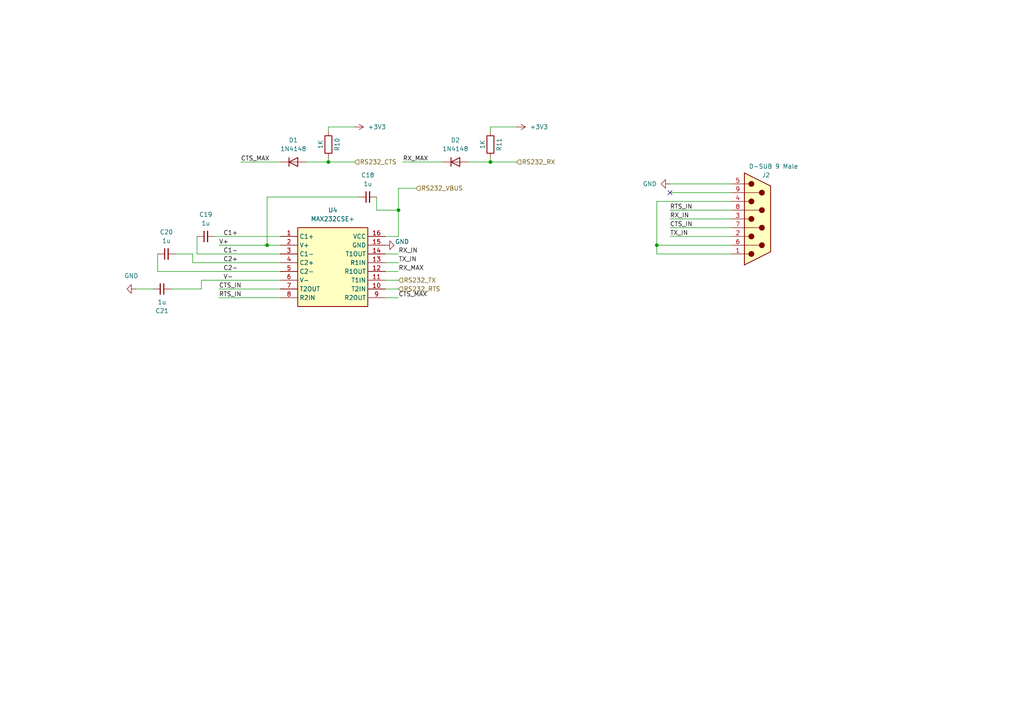
<source format=kicad_sch>
(kicad_sch (version 20250114) (generator "eeschema") (generator_version "9.0")
  (paper "A4")
  (title_block (title "Protea") (date "2025-04-03") (rev "2.04") (company "Mikhail Matveev") (comment 1 "https://github.com/xtremespb/frank"))
  (lib_symbols
    (symbol "Device:C_Small" (pin_numbers (hide yes)) (pin_names (offset 0.254) (hide yes))
      (property "Reference" "C" (at 0.254 1.778 0))
      (property "Value" "C_Small" (at 0.254 -2.032 0))
      (symbol "C_Small_0_1"
        (polyline (pts (xy -1.524 0.508) (xy 1.524 0.508)) (stroke (width 0.3048)))
        (polyline (pts (xy -1.524 -0.508) (xy 1.524 -0.508)) (stroke (width 0.3302)))
      )
      (symbol "C_Small_1_1"
        (pin passive line (at 0 2.54 270) (length 2.032) (name "~") (number "1"))
        (pin passive line (at 0 -2.54 90) (length 2.032) (name "~") (number "2"))
      )
    )
    (symbol "Device:R" (pin_numbers (hide yes)) (pin_names (offset 0))
      (property "Reference" "R" (at 2.032 0 90))
      (property "Value" "R" (at 0 0 90))
      (symbol "R_0_1"
        (rectangle (start -1.016 -2.54) (end 1.016 2.54) (stroke (width 0.254)))
      )
      (symbol "R_1_1"
        (pin passive line (at 0 3.81 270) (length 1.27) (name "~") (number "1"))
        (pin passive line (at 0 -3.81 90) (length 1.27) (name "~") (number "2"))
      )
    )
    (symbol "Diode:1N4148" (pin_numbers (hide yes)) (pin_names (hide yes))
      (property "Reference" "D" (at 0 2.54 0))
      (property "Value" "1N4148" (at 0 -2.54 0))
      (symbol "1N4148_0_1"
        (polyline (pts (xy -1.27 1.27) (xy -1.27 -1.27)) (stroke (width 0.254)))
        (polyline (pts (xy 1.27 1.27) (xy 1.27 -1.27) (xy -1.27 0) (xy 1.27 1.27)) (stroke (width 0.254)))
        (polyline (pts (xy 1.27 0) (xy -1.27 0)))
      )
      (symbol "1N4148_1_1"
        (pin passive line (at -3.81 0 0) (length 2.54) (name "K") (number "1"))
        (pin passive line (at 3.81 0 180) (length 2.54) (name "A") (number "2"))
      )
    )
    (symbol "FRANK:DB9_Male_Small" (pin_names (offset 1.016) (hide yes))
      (property "Reference" "JOY1" (at 1.27 12.7 0))
      (symbol "DB9_Male_Small_0_1"
        (polyline (pts (xy -3.81 10.16) (xy -2.54 10.16)))
        (polyline (pts (xy -3.81 7.62) (xy 0.508 7.62)))
        (polyline (pts (xy -3.81 5.08) (xy -2.54 5.08)))
        (polyline (pts (xy -3.81 2.54) (xy 0.508 2.54)))
        (polyline (pts (xy -3.81 0) (xy -2.54 0)))
        (polyline (pts (xy -3.81 -2.54) (xy 0.508 -2.54)))
        (polyline (pts (xy -3.81 -5.08) (xy -2.54 -5.08)))
        (polyline (pts (xy -3.81 -7.62) (xy 0.508 -7.62)))
        (polyline (pts (xy -3.81 -10.16) (xy -2.54 -10.16)))
        (polyline (pts (xy -3.81 -13.335) (xy -3.81 13.335) (xy 3.81 9.525) (xy 3.81 -9.525) (xy -3.81 -13.335)) (stroke (width 0.254)) (fill (type background)))
        (circle (center -1.778 10.16) (radius 0.762) (fill (type outline)))
        (circle (center -1.778 5.08) (radius 0.762) (fill (type outline)))
        (circle (center -1.778 0) (radius 0.762) (fill (type outline)))
        (circle (center -1.778 -5.08) (radius 0.762) (fill (type outline)))
        (circle (center -1.778 -10.16) (radius 0.762) (fill (type outline)))
        (circle (center 1.27 7.62) (radius 0.762) (fill (type outline)))
        (circle (center 1.27 2.54) (radius 0.762) (fill (type outline)))
        (circle (center 1.27 -2.54) (radius 0.762) (fill (type outline)))
        (circle (center 1.27 -7.62) (radius 0.762) (fill (type outline)))
      )
      (symbol "DB9_Male_Small_1_1"
        (pin passive line (at -7.62 10.16 0) (length 3.81) (name "5") (number "5"))
        (pin passive line (at -7.62 7.62 0) (length 3.81) (name "9") (number "9"))
        (pin passive line (at -7.62 5.08 0) (length 3.81) (name "4") (number "4"))
        (pin passive line (at -7.62 2.54 0) (length 3.81) (name "8") (number "8"))
        (pin passive line (at -7.62 0 0) (length 3.81) (name "3") (number "3"))
        (pin passive line (at -7.62 -2.54 0) (length 3.81) (name "7") (number "7"))
        (pin passive line (at -7.62 -5.08 0) (length 3.81) (name "2") (number "2"))
        (pin passive line (at -7.62 -7.62 0) (length 3.81) (name "6") (number "6"))
        (pin passive line (at -7.62 -10.16 0) (length 3.81) (name "1") (number "1"))
      )
    )
    (symbol "FRANK:MAX232CSE+"
      (property "Reference" "U4" (at 15.24 7.62 0))
      (property "Value" "MAX232CSE+" (at 15.24 5.08 0))
      (symbol "MAX232CSE+_1_1"
        (rectangle (start 5.08 2.54) (end 25.4 -20.32) (stroke (width 0.254)) (fill (type background)))
        (pin passive line (at 0 0 0) (length 5.08) (name "C1+") (number "1"))
        (pin passive line (at 0 -2.54 0) (length 5.08) (name "V+") (number "2"))
        (pin passive line (at 0 -5.08 0) (length 5.08) (name "C1-") (number "3"))
        (pin passive line (at 0 -7.62 0) (length 5.08) (name "C2+") (number "4"))
        (pin passive line (at 0 -10.16 0) (length 5.08) (name "C2-") (number "5"))
        (pin passive line (at 0 -12.7 0) (length 5.08) (name "V-") (number "6"))
        (pin passive line (at 0 -15.24 0) (length 5.08) (name "T2OUT") (number "7"))
        (pin passive line (at 0 -17.78 0) (length 5.08) (name "R2IN") (number "8"))
        (pin passive line (at 30.48 0 180) (length 5.08) (name "VCC") (number "16"))
        (pin passive line (at 30.48 -2.54 180) (length 5.08) (name "GND") (number "15"))
        (pin passive line (at 30.48 -5.08 180) (length 5.08) (name "T1OUT") (number "14"))
        (pin passive line (at 30.48 -7.62 180) (length 5.08) (name "R1IN") (number "13"))
        (pin passive line (at 30.48 -10.16 180) (length 5.08) (name "R1OUT") (number "12"))
        (pin passive line (at 30.48 -12.7 180) (length 5.08) (name "T1IN") (number "11"))
        (pin passive line (at 30.48 -15.24 180) (length 5.08) (name "T2IN") (number "10"))
        (pin passive line (at 30.48 -17.78 180) (length 5.08) (name "R2OUT") (number "9"))
      )
    )
    (symbol "GND_2" (power) (pin_numbers (hide yes)) (pin_names (offset 0) (hide yes))
      (property "Value" "GND" (at 0 -3.81 0))
      (symbol "GND_2_0_1"
        (polyline (pts (xy 0 0) (xy 0 -1.27) (xy 1.27 -1.27) (xy 0 -2.54) (xy -1.27 -1.27) (xy 0 -1.27)))
      )
      (symbol "GND_2_1_1"
        (pin power_in line (at 0 0 270) (length 0) (name "~") (number "1"))
      )
    )
    (symbol "GND_3" (power) (pin_numbers (hide yes)) (pin_names (offset 0) (hide yes))
      (property "Value" "GND" (at 0 -3.81 0))
      (symbol "GND_3_0_1"
        (polyline (pts (xy 0 0) (xy 0 -1.27) (xy 1.27 -1.27) (xy 0 -2.54) (xy -1.27 -1.27) (xy 0 -1.27)))
      )
      (symbol "GND_3_1_1"
        (pin power_in line (at 0 0 270) (length 0) (name "~") (number "1"))
      )
    )
    (symbol "GND_7" (power) (pin_numbers (hide yes)) (pin_names (offset 0) (hide yes))
      (property "Value" "GND" (at 0 -3.81 0))
      (symbol "GND_7_0_1"
        (polyline (pts (xy 0 0) (xy 0 -1.27) (xy 1.27 -1.27) (xy 0 -2.54) (xy -1.27 -1.27) (xy 0 -1.27)))
      )
      (symbol "GND_7_1_1"
        (pin power_in line (at 0 0 270) (length 0) (name "~") (number "1"))
      )
    )
    (symbol "power:+3V3" (power) (pin_numbers (hide yes)) (pin_names (offset 0) (hide yes))
      (property "Value" "+3V3" (at 0 3.556 0))
      (symbol "+3V3_0_1"
        (polyline (pts (xy -0.762 1.27) (xy 0 2.54)))
        (polyline (pts (xy 0 2.54) (xy 0.762 1.27)))
        (polyline (pts (xy 0 0) (xy 0 2.54)))
      )
      (symbol "+3V3_1_1"
        (pin power_in line (at 0 0 90) (length 0) (name "~") (number "1"))
      )
    )
  )
  (junction (at 95.25 46.99))
  (junction (at 142.24 46.99))
  (junction (at 190.5 71.12))
  (junction (at 115.57 60.96))
  (junction (at 77.47 71.12))
  (no_connect (at 194.31 55.88))
  (wire (pts (xy 111.76 83.82) (xy 115.57 83.82)))
  (wire (pts (xy 111.76 78.74) (xy 115.57 78.74)))
  (wire (pts (xy 58.42 83.82) (xy 58.42 81.28)))
  (wire (pts (xy 190.5 73.66) (xy 190.5 71.12)))
  (wire (pts (xy 44.45 83.82) (xy 39.37 83.82)))
  (wire (pts (xy 58.42 81.28) (xy 81.28 81.28)))
  (wire (pts (xy 142.24 36.83) (xy 142.24 38.1)))
  (wire (pts (xy 109.22 60.96) (xy 109.22 57.15)))
  (wire (pts (xy 45.72 78.74) (xy 81.28 78.74)))
  (wire (pts (xy 49.53 83.82) (xy 58.42 83.82)))
  (wire (pts (xy 62.23 68.58) (xy 81.28 68.58)))
  (wire (pts (xy 190.5 71.12) (xy 190.5 58.42)))
  (wire (pts (xy 190.5 58.42) (xy 212.09 58.42)))
  (wire (pts (xy 95.25 45.72) (xy 95.25 46.99)))
  (wire (pts (xy 116.84 46.99) (xy 128.27 46.99)))
  (wire (pts (xy 135.89 46.99) (xy 142.24 46.99)))
  (wire (pts (xy 111.76 68.58) (xy 115.57 68.58)))
  (wire (pts (xy 63.5 83.82) (xy 81.28 83.82)))
  (wire (pts (xy 63.5 86.36) (xy 81.28 86.36)))
  (wire (pts (xy 190.5 71.12) (xy 212.09 71.12)))
  (wire (pts (xy 50.8 73.66) (xy 55.88 73.66)))
  (wire (pts (xy 194.31 68.58) (xy 212.09 68.58)))
  (wire (pts (xy 115.57 54.61) (xy 120.65 54.61)))
  (wire (pts (xy 95.25 46.99) (xy 102.87 46.99)))
  (wire (pts (xy 77.47 57.15) (xy 77.47 71.12)))
  (wire (pts (xy 57.15 68.58) (xy 57.15 73.66)))
  (wire (pts (xy 57.15 73.66) (xy 81.28 73.66)))
  (wire (pts (xy 194.31 66.04) (xy 212.09 66.04)))
  (wire (pts (xy 194.31 60.96) (xy 212.09 60.96)))
  (wire (pts (xy 55.88 73.66) (xy 55.88 76.2)))
  (wire (pts (xy 111.76 86.36) (xy 115.57 86.36)))
  (wire (pts (xy 55.88 76.2) (xy 81.28 76.2)))
  (wire (pts (xy 102.87 36.83) (xy 95.25 36.83)))
  (wire (pts (xy 194.31 53.34) (xy 212.09 53.34)))
  (wire (pts (xy 149.86 36.83) (xy 142.24 36.83)))
  (wire (pts (xy 45.72 73.66) (xy 45.72 78.74)))
  (wire (pts (xy 63.5 71.12) (xy 77.47 71.12)))
  (wire (pts (xy 95.25 36.83) (xy 95.25 38.1)))
  (wire (pts (xy 77.47 71.12) (xy 81.28 71.12)))
  (wire (pts (xy 104.14 57.15) (xy 77.47 57.15)))
  (wire (pts (xy 88.9 46.99) (xy 95.25 46.99)))
  (wire (pts (xy 142.24 45.72) (xy 142.24 46.99)))
  (wire (pts (xy 194.31 55.88) (xy 212.09 55.88)))
  (wire (pts (xy 142.24 46.99) (xy 149.86 46.99)))
  (wire (pts (xy 111.76 73.66) (xy 115.57 73.66)))
  (wire (pts (xy 111.76 76.2) (xy 115.57 76.2)))
  (wire (pts (xy 190.5 73.66) (xy 212.09 73.66)))
  (wire (pts (xy 115.57 60.96) (xy 115.57 54.61)))
  (wire (pts (xy 115.57 60.96) (xy 115.57 68.58)))
  (wire (pts (xy 111.76 81.28) (xy 115.57 81.28)))
  (wire (pts (xy 69.85 46.99) (xy 81.28 46.99)))
  (wire (pts (xy 194.31 63.5) (xy 212.09 63.5)))
  (wire (pts (xy 109.22 60.96) (xy 115.57 60.96)))
  (label "CTS_MAX" (at 115.57 86.36 0))
  (label "RX_IN" (at 115.57 73.66 0))
  (label "CTS_IN" (at 63.5 83.82 0))
  (label "CTS_MAX" (at 69.85 46.99 0))
  (label "RX_MAX" (at 116.84 46.99 0))
  (label "TX_IN" (at 194.31 68.58 0))
  (label "C1-" (at 64.77 73.66 0))
  (label "V-" (at 64.77 81.28 0))
  (label "RTS_IN" (at 194.31 60.96 0))
  (label "C2-" (at 64.77 78.74 0))
  (label "RX_MAX" (at 115.57 78.74 0))
  (label "C1+" (at 64.77 68.58 0))
  (label "RTS_IN" (at 63.5 86.36 0))
  (label "C2+" (at 64.77 76.2 0))
  (label "CTS_IN" (at 194.31 66.04 0))
  (label "TX_IN" (at 115.57 76.2 0))
  (label "RX_IN" (at 194.31 63.5 0))
  (label "V+" (at 63.5 71.12 0))
  (hierarchical_label "RS232_RX" (shape input) (at 149.86 46.99 0))
  (hierarchical_label "RS232_CTS" (shape input) (at 102.87 46.99 0))
  (hierarchical_label "RS232_RTS" (shape input) (at 115.57 83.82 0))
  (hierarchical_label "RS232_VBUS" (shape input) (at 120.65 54.61 0))
  (hierarchical_label "RS232_TX" (shape input) (at 115.57 81.28 0))
  (symbol (lib_id "Device:C_Small") (at 59.69 68.58 90) (unit 1)
    (property "Reference" "C19" (at 59.6963 62.23 90))
    (property "Value" "1u" (at 59.6963 64.77 90))
    (property "Footprint" "FRANK:Capacitor (0805)" (effects (hide yes)))
    (property "Datasheet" "https://eu.mouser.com/datasheet/2/447/KEM_C1075_X7R_HT_SMD-3316221.pdf" (effects (hide yes)))
    (property "Description" "Unpolarized capacitor, small symbol" (effects (hide yes)))
    (property "AliExpress" "https://www.aliexpress.com/item/33008008276.html" (effects (hide yes)))
  )
  (symbol (lib_id "power:+3V3") (at 102.87 36.83 270) (unit 1)
    (property "Reference" "#PWR031" (effects (hide yes)))
    (property "Value" "+3V3" (at 106.68 36.8299 90) (effects (justify left)))
    (property "Description" "Power symbol creates a global label with name \"+3V3\"" (effects (hide yes)))
  )
  (symbol (lib_id "Device:C_Small") (at 48.26 73.66 90) (unit 1)
    (property "Reference" "C20" (at 48.2663 67.31 90))
    (property "Value" "1u" (at 48.2663 69.85 90))
    (property "Footprint" "FRANK:Capacitor (0805)" (effects (hide yes)))
    (property "Datasheet" "https://eu.mouser.com/datasheet/2/447/KEM_C1075_X7R_HT_SMD-3316221.pdf" (effects (hide yes)))
    (property "Description" "Unpolarized capacitor, small symbol" (effects (hide yes)))
    (property "AliExpress" "https://www.aliexpress.com/item/33008008276.html" (effects (hide yes)))
  )
  (symbol (lib_id "Device:C_Small") (at 106.68 57.15 90) (unit 1)
    (property "Reference" "C18" (at 106.6863 50.8 90))
    (property "Value" "1u" (at 106.6863 53.34 90))
    (property "Footprint" "FRANK:Capacitor (0805)" (effects (hide yes)))
    (property "Datasheet" "https://eu.mouser.com/datasheet/2/447/KEM_C1075_X7R_HT_SMD-3316221.pdf" (effects (hide yes)))
    (property "Description" "Unpolarized capacitor, small symbol" (effects (hide yes)))
    (property "AliExpress" "https://www.aliexpress.com/item/33008008276.html" (effects (hide yes)))
  )
  (symbol (lib_id "power:+3V3") (at 149.86 36.83 270) (unit 1)
    (property "Reference" "#PWR032" (effects (hide yes)))
    (property "Value" "+3V3" (at 153.67 36.8299 90) (effects (justify left)))
    (property "Description" "Power symbol creates a global label with name \"+3V3\"" (effects (hide yes)))
  )
  (symbol (lib_id "Device:R") (at 142.24 41.91 180) (unit 1)
    (property "Reference" "R11" (at 144.78 41.91 90))
    (property "Value" "1K" (at 139.954 41.91 90))
    (property "Footprint" "FRANK:Resistor (0805)" (effects (hide yes)))
    (property "Datasheet" "https://www.vishay.com/docs/28952/mcs0402at-mct0603at-mcu0805at-mca1206at.pdf" (effects (hide yes)))
    (property "AliExpress" "https://www.aliexpress.com/item/1005005945735199.html" (effects (hide yes)))
  )
  (symbol (lib_id "Device:C_Small") (at 46.99 83.82 270) (unit 1)
    (property "Reference" "C21" (at 46.99 90.17 90))
    (property "Value" "1u" (at 46.99 87.63 90))
    (property "Footprint" "FRANK:Capacitor (0805)" (effects (hide yes)))
    (property "Datasheet" "https://eu.mouser.com/datasheet/2/447/KEM_C1075_X7R_HT_SMD-3316221.pdf" (effects (hide yes)))
    (property "Description" "Unpolarized capacitor, small symbol" (effects (hide yes)))
    (property "AliExpress" "https://www.aliexpress.com/item/33008008276.html" (effects (hide yes)))
  )
  (symbol (lib_name "GND_3") (lib_id "power:GND") (at 194.31 53.34 270) (unit 1)
    (property "Reference" "#PWR033" (effects (hide yes)))
    (property "Value" "GND" (at 190.5 53.3399 90) (effects (justify right)))
    (property "Description" "Power symbol creates a global label with name \"GND\" , ground" (effects (hide yes)))
  )
  (symbol (lib_id "Diode:1N4148") (at 132.08 46.99 0) (unit 1)
    (property "Reference" "D2" (at 132.08 40.64 0))
    (property "Value" "1N4148" (at 132.08 43.18 0))
    (property "Footprint" "FRANK:Diode (SOD-323)" (effects (hide yes)))
    (property "Datasheet" "https://www.vishay.com/docs/85748/1n4148w.pdf" (effects (hide yes)))
    (property "Description" "100V 0.15A standard switching diode, DO-35" (effects (hide yes)))
    (property "Sim.Device" "D" (effects (hide yes)))
    (property "Sim.Pins" "1=K 2=A" (effects (hide yes)))
    (property "AliExpress" "https://www.aliexpress.com/item/1005005707644429.html" (effects (hide yes)))
  )
  (symbol (lib_id "FRANK:MAX232CSE+") (at 81.28 68.58 0) (unit 1)
    (property "Reference" "U4" (at 96.52 60.96 0))
    (property "Value" "MAX232CSE+" (at 96.52 63.5 0))
    (property "Footprint" "FRANK:SOIC127P600X175-16N" (effects (hide yes)))
    (property "Datasheet" "http://datasheets.maximintegrated.com/en/ds/MAX220-MAX249.pdf" (effects (hide yes)))
    (property "Description" "MAX232CSE+, Line Transceiver, EIA/TIA-232-E, RS-232, V.24, V.28 2-TX 2-RX 2-TRX, 5V, 16-Pin SOIC" (effects (hide yes)))
    (property "Height" "1.75" (effects (hide yes)))
    (property "Mouser Part Number" "700-MAX232CSE" (effects (hide yes)))
    (property "Mouser Price/Stock" "https://www.mouser.co.uk/ProductDetail/Analog-Devices-Maxim-Integrated/MAX232CSE%2b?qs=1THa7WoU59E0tHinO%252BHrBQ%3D%3D" (effects (hide yes)))
    (property "Manufacturer_Name" "Analog Devices" (effects (hide yes)))
    (property "Manufacturer_Part_Number" "MAX232CSE+" (effects (hide yes)))
    (property "AliExpress" "https://www.aliexpress.com/item/1005006286473801.html" (effects (hide yes)))
  )
  (symbol (lib_name "GND_7") (lib_id "power:GND") (at 39.37 83.82 270) (unit 1)
    (property "Reference" "#PWR036" (effects (hide yes)))
    (property "Value" "GND" (at 38.1 80.01 90))
    (property "Description" "Power symbol creates a global label with name \"GND\" , ground" (effects (hide yes)))
  )
  (symbol (lib_id "Device:R") (at 95.25 41.91 180) (unit 1)
    (property "Reference" "R10" (at 97.79 41.91 90))
    (property "Value" "1K" (at 92.964 41.91 90))
    (property "Footprint" "FRANK:Resistor (0805)" (effects (hide yes)))
    (property "Datasheet" "https://www.vishay.com/docs/28952/mcs0402at-mct0603at-mcu0805at-mca1206at.pdf" (effects (hide yes)))
    (property "AliExpress" "https://www.aliexpress.com/item/1005005945735199.html" (effects (hide yes)))
  )
  (symbol (lib_name "GND_2") (lib_id "power:GND") (at 111.76 71.12 90) (unit 1)
    (property "Reference" "#PWR035" (effects (hide yes)))
    (property "Value" "GND" (at 114.554 70.104 90) (effects (justify right)))
    (property "Description" "Power symbol creates a global label with name \"GND\" , ground" (effects (hide yes)))
  )
  (symbol (lib_id "Diode:1N4148") (at 85.09 46.99 0) (unit 1)
    (property "Reference" "D1" (at 85.09 40.64 0))
    (property "Value" "1N4148" (at 85.09 43.18 0))
    (property "Footprint" "FRANK:Diode (SOD-323)" (effects (hide yes)))
    (property "Datasheet" "https://www.vishay.com/docs/85748/1n4148w.pdf" (effects (hide yes)))
    (property "Description" "100V 0.15A standard switching diode, DO-35" (effects (hide yes)))
    (property "Sim.Device" "D" (effects (hide yes)))
    (property "Sim.Pins" "1=K 2=A" (effects (hide yes)))
    (property "AliExpress" "https://www.aliexpress.com/item/1005005707644429.html" (effects (hide yes)))
  )
  (symbol (lib_id "FRANK:DB9_Male_Small") (at 219.71 63.5 0) (unit 1)
    (property "Reference" "J2" (at 220.98 50.8 0) (effects (justify left)))
    (property "Value" "D-SUB 9 Male" (at 217.17 48.26 0) (effects (justify left)))
    (property "Footprint" "FRANK:D-SUB (9 pin, male, top mount)" (effects (hide yes)))
    (property "Datasheet" "https://eu.mouser.com/datasheet/2/578/original-3313093.pdf" (effects (hide yes)))
    (property "AliExpress" "https://www.aliexpress.com/item/4001214300548.html" (effects (hide yes)))
  )
)
</source>
